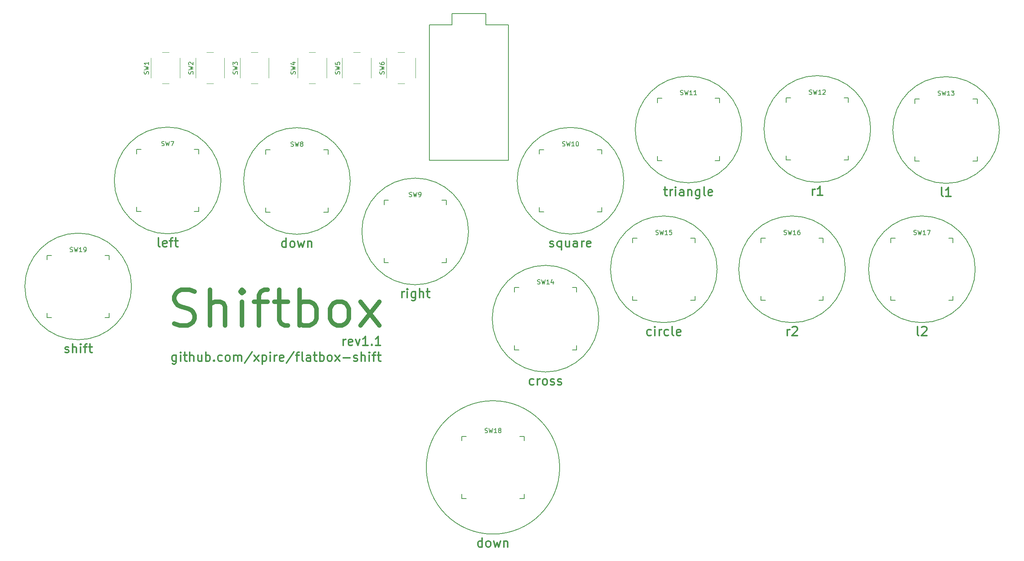
<source format=gto>
%TF.GenerationSoftware,KiCad,Pcbnew,(6.0.7)*%
%TF.CreationDate,2022-08-15T09:33:02+10:00*%
%TF.ProjectId,Flatbox-rev1_1_a3,466c6174-626f-4782-9d72-6576315f315f,rev?*%
%TF.SameCoordinates,Original*%
%TF.FileFunction,Legend,Top*%
%TF.FilePolarity,Positive*%
%FSLAX46Y46*%
G04 Gerber Fmt 4.6, Leading zero omitted, Abs format (unit mm)*
G04 Created by KiCad (PCBNEW (6.0.7)) date 2022-08-15 09:33:02*
%MOMM*%
%LPD*%
G01*
G04 APERTURE LIST*
%ADD10C,0.200000*%
%ADD11C,0.300000*%
%ADD12C,1.000000*%
%ADD13C,0.150000*%
%ADD14C,0.120000*%
%ADD15R,1.600000X1.600000*%
%ADD16C,1.600000*%
%ADD17C,3.429000*%
%ADD18C,1.701800*%
%ADD19C,3.000000*%
%ADD20C,2.032000*%
%ADD21C,6.400000*%
%ADD22C,2.000000*%
G04 APERTURE END LIST*
D10*
X200220000Y-76080000D02*
G75*
G03*
X200220000Y-76080000I-12000000J0D01*
G01*
X144280000Y-67560000D02*
G75*
G03*
X144280000Y-67560000I-12000000J0D01*
G01*
X164780000Y-120660000D02*
G75*
G03*
X164780000Y-120660000I-15000000J0D01*
G01*
X234750000Y-44500000D02*
G75*
G03*
X234750000Y-44500000I-12000000J0D01*
G01*
X179220000Y-56150000D02*
G75*
G03*
X179220000Y-56150000I-12000000J0D01*
G01*
X263720000Y-44740000D02*
G75*
G03*
X263720000Y-44740000I-12000000J0D01*
G01*
X173610000Y-87190000D02*
G75*
G03*
X173610000Y-87190000I-12000000J0D01*
G01*
X117680000Y-56210000D02*
G75*
G03*
X117680000Y-56210000I-12000000J0D01*
G01*
X68460000Y-79940000D02*
G75*
G03*
X68460000Y-79940000I-12000000J0D01*
G01*
X258280000Y-76080000D02*
G75*
G03*
X258280000Y-76080000I-12000000J0D01*
G01*
X88585000Y-56090000D02*
G75*
G03*
X88585000Y-56090000I-12000000J0D01*
G01*
X205780000Y-44620000D02*
G75*
G03*
X205780000Y-44620000I-12000000J0D01*
G01*
X229070000Y-76080000D02*
G75*
G03*
X229070000Y-76080000I-12000000J0D01*
G01*
D11*
X185362857Y-90889523D02*
X185172380Y-90984761D01*
X184791428Y-90984761D01*
X184600952Y-90889523D01*
X184505714Y-90794285D01*
X184410476Y-90603809D01*
X184410476Y-90032380D01*
X184505714Y-89841904D01*
X184600952Y-89746666D01*
X184791428Y-89651428D01*
X185172380Y-89651428D01*
X185362857Y-89746666D01*
X186220000Y-90984761D02*
X186220000Y-89651428D01*
X186220000Y-88984761D02*
X186124761Y-89080000D01*
X186220000Y-89175238D01*
X186315238Y-89080000D01*
X186220000Y-88984761D01*
X186220000Y-89175238D01*
X187172380Y-90984761D02*
X187172380Y-89651428D01*
X187172380Y-90032380D02*
X187267619Y-89841904D01*
X187362857Y-89746666D01*
X187553333Y-89651428D01*
X187743809Y-89651428D01*
X189267619Y-90889523D02*
X189077142Y-90984761D01*
X188696190Y-90984761D01*
X188505714Y-90889523D01*
X188410476Y-90794285D01*
X188315238Y-90603809D01*
X188315238Y-90032380D01*
X188410476Y-89841904D01*
X188505714Y-89746666D01*
X188696190Y-89651428D01*
X189077142Y-89651428D01*
X189267619Y-89746666D01*
X190410476Y-90984761D02*
X190220000Y-90889523D01*
X190124761Y-90699047D01*
X190124761Y-88984761D01*
X191934285Y-90889523D02*
X191743809Y-90984761D01*
X191362857Y-90984761D01*
X191172380Y-90889523D01*
X191077142Y-90699047D01*
X191077142Y-89937142D01*
X191172380Y-89746666D01*
X191362857Y-89651428D01*
X191743809Y-89651428D01*
X191934285Y-89746666D01*
X192029523Y-89937142D01*
X192029523Y-90127619D01*
X191077142Y-90318095D01*
X158943333Y-101999523D02*
X158752857Y-102094761D01*
X158371904Y-102094761D01*
X158181428Y-101999523D01*
X158086190Y-101904285D01*
X157990952Y-101713809D01*
X157990952Y-101142380D01*
X158086190Y-100951904D01*
X158181428Y-100856666D01*
X158371904Y-100761428D01*
X158752857Y-100761428D01*
X158943333Y-100856666D01*
X159800476Y-102094761D02*
X159800476Y-100761428D01*
X159800476Y-101142380D02*
X159895714Y-100951904D01*
X159990952Y-100856666D01*
X160181428Y-100761428D01*
X160371904Y-100761428D01*
X161324285Y-102094761D02*
X161133809Y-101999523D01*
X161038571Y-101904285D01*
X160943333Y-101713809D01*
X160943333Y-101142380D01*
X161038571Y-100951904D01*
X161133809Y-100856666D01*
X161324285Y-100761428D01*
X161610000Y-100761428D01*
X161800476Y-100856666D01*
X161895714Y-100951904D01*
X161990952Y-101142380D01*
X161990952Y-101713809D01*
X161895714Y-101904285D01*
X161800476Y-101999523D01*
X161610000Y-102094761D01*
X161324285Y-102094761D01*
X162752857Y-101999523D02*
X162943333Y-102094761D01*
X163324285Y-102094761D01*
X163514761Y-101999523D01*
X163610000Y-101809047D01*
X163610000Y-101713809D01*
X163514761Y-101523333D01*
X163324285Y-101428095D01*
X163038571Y-101428095D01*
X162848095Y-101332857D01*
X162752857Y-101142380D01*
X162752857Y-101047142D01*
X162848095Y-100856666D01*
X163038571Y-100761428D01*
X163324285Y-100761428D01*
X163514761Y-100856666D01*
X164371904Y-101999523D02*
X164562380Y-102094761D01*
X164943333Y-102094761D01*
X165133809Y-101999523D01*
X165229047Y-101809047D01*
X165229047Y-101713809D01*
X165133809Y-101523333D01*
X164943333Y-101428095D01*
X164657619Y-101428095D01*
X164467142Y-101332857D01*
X164371904Y-101142380D01*
X164371904Y-101047142D01*
X164467142Y-100856666D01*
X164657619Y-100761428D01*
X164943333Y-100761428D01*
X165133809Y-100856666D01*
X147351428Y-138564761D02*
X147351428Y-136564761D01*
X147351428Y-138469523D02*
X147160952Y-138564761D01*
X146780000Y-138564761D01*
X146589523Y-138469523D01*
X146494285Y-138374285D01*
X146399047Y-138183809D01*
X146399047Y-137612380D01*
X146494285Y-137421904D01*
X146589523Y-137326666D01*
X146780000Y-137231428D01*
X147160952Y-137231428D01*
X147351428Y-137326666D01*
X148589523Y-138564761D02*
X148399047Y-138469523D01*
X148303809Y-138374285D01*
X148208571Y-138183809D01*
X148208571Y-137612380D01*
X148303809Y-137421904D01*
X148399047Y-137326666D01*
X148589523Y-137231428D01*
X148875238Y-137231428D01*
X149065714Y-137326666D01*
X149160952Y-137421904D01*
X149256190Y-137612380D01*
X149256190Y-138183809D01*
X149160952Y-138374285D01*
X149065714Y-138469523D01*
X148875238Y-138564761D01*
X148589523Y-138564761D01*
X149922857Y-137231428D02*
X150303809Y-138564761D01*
X150684761Y-137612380D01*
X151065714Y-138564761D01*
X151446666Y-137231428D01*
X152208571Y-137231428D02*
X152208571Y-138564761D01*
X152208571Y-137421904D02*
X152303809Y-137326666D01*
X152494285Y-137231428D01*
X152780000Y-137231428D01*
X152970476Y-137326666D01*
X153065714Y-137517142D01*
X153065714Y-138564761D01*
X251005714Y-59644761D02*
X250815238Y-59549523D01*
X250720000Y-59359047D01*
X250720000Y-57644761D01*
X252815238Y-59644761D02*
X251672380Y-59644761D01*
X252243809Y-59644761D02*
X252243809Y-57644761D01*
X252053333Y-57930476D01*
X251862857Y-58120952D01*
X251672380Y-58216190D01*
X78536428Y-95409428D02*
X78536428Y-97028476D01*
X78441190Y-97218952D01*
X78345952Y-97314190D01*
X78155476Y-97409428D01*
X77869761Y-97409428D01*
X77679285Y-97314190D01*
X78536428Y-96647523D02*
X78345952Y-96742761D01*
X77965000Y-96742761D01*
X77774523Y-96647523D01*
X77679285Y-96552285D01*
X77584047Y-96361809D01*
X77584047Y-95790380D01*
X77679285Y-95599904D01*
X77774523Y-95504666D01*
X77965000Y-95409428D01*
X78345952Y-95409428D01*
X78536428Y-95504666D01*
X79488809Y-96742761D02*
X79488809Y-95409428D01*
X79488809Y-94742761D02*
X79393571Y-94838000D01*
X79488809Y-94933238D01*
X79584047Y-94838000D01*
X79488809Y-94742761D01*
X79488809Y-94933238D01*
X80155476Y-95409428D02*
X80917380Y-95409428D01*
X80441190Y-94742761D02*
X80441190Y-96457047D01*
X80536428Y-96647523D01*
X80726904Y-96742761D01*
X80917380Y-96742761D01*
X81584047Y-96742761D02*
X81584047Y-94742761D01*
X82441190Y-96742761D02*
X82441190Y-95695142D01*
X82345952Y-95504666D01*
X82155476Y-95409428D01*
X81869761Y-95409428D01*
X81679285Y-95504666D01*
X81584047Y-95599904D01*
X84250714Y-95409428D02*
X84250714Y-96742761D01*
X83393571Y-95409428D02*
X83393571Y-96457047D01*
X83488809Y-96647523D01*
X83679285Y-96742761D01*
X83965000Y-96742761D01*
X84155476Y-96647523D01*
X84250714Y-96552285D01*
X85203095Y-96742761D02*
X85203095Y-94742761D01*
X85203095Y-95504666D02*
X85393571Y-95409428D01*
X85774523Y-95409428D01*
X85965000Y-95504666D01*
X86060238Y-95599904D01*
X86155476Y-95790380D01*
X86155476Y-96361809D01*
X86060238Y-96552285D01*
X85965000Y-96647523D01*
X85774523Y-96742761D01*
X85393571Y-96742761D01*
X85203095Y-96647523D01*
X87012619Y-96552285D02*
X87107857Y-96647523D01*
X87012619Y-96742761D01*
X86917380Y-96647523D01*
X87012619Y-96552285D01*
X87012619Y-96742761D01*
X88822142Y-96647523D02*
X88631666Y-96742761D01*
X88250714Y-96742761D01*
X88060238Y-96647523D01*
X87965000Y-96552285D01*
X87869761Y-96361809D01*
X87869761Y-95790380D01*
X87965000Y-95599904D01*
X88060238Y-95504666D01*
X88250714Y-95409428D01*
X88631666Y-95409428D01*
X88822142Y-95504666D01*
X89965000Y-96742761D02*
X89774523Y-96647523D01*
X89679285Y-96552285D01*
X89584047Y-96361809D01*
X89584047Y-95790380D01*
X89679285Y-95599904D01*
X89774523Y-95504666D01*
X89965000Y-95409428D01*
X90250714Y-95409428D01*
X90441190Y-95504666D01*
X90536428Y-95599904D01*
X90631666Y-95790380D01*
X90631666Y-96361809D01*
X90536428Y-96552285D01*
X90441190Y-96647523D01*
X90250714Y-96742761D01*
X89965000Y-96742761D01*
X91488809Y-96742761D02*
X91488809Y-95409428D01*
X91488809Y-95599904D02*
X91584047Y-95504666D01*
X91774523Y-95409428D01*
X92060238Y-95409428D01*
X92250714Y-95504666D01*
X92345952Y-95695142D01*
X92345952Y-96742761D01*
X92345952Y-95695142D02*
X92441190Y-95504666D01*
X92631666Y-95409428D01*
X92917380Y-95409428D01*
X93107857Y-95504666D01*
X93203095Y-95695142D01*
X93203095Y-96742761D01*
X95584047Y-94647523D02*
X93869761Y-97218952D01*
X96060238Y-96742761D02*
X97107857Y-95409428D01*
X96060238Y-95409428D02*
X97107857Y-96742761D01*
X97869761Y-95409428D02*
X97869761Y-97409428D01*
X97869761Y-95504666D02*
X98060238Y-95409428D01*
X98441190Y-95409428D01*
X98631666Y-95504666D01*
X98726904Y-95599904D01*
X98822142Y-95790380D01*
X98822142Y-96361809D01*
X98726904Y-96552285D01*
X98631666Y-96647523D01*
X98441190Y-96742761D01*
X98060238Y-96742761D01*
X97869761Y-96647523D01*
X99679285Y-96742761D02*
X99679285Y-95409428D01*
X99679285Y-94742761D02*
X99584047Y-94838000D01*
X99679285Y-94933238D01*
X99774523Y-94838000D01*
X99679285Y-94742761D01*
X99679285Y-94933238D01*
X100631666Y-96742761D02*
X100631666Y-95409428D01*
X100631666Y-95790380D02*
X100726904Y-95599904D01*
X100822142Y-95504666D01*
X101012619Y-95409428D01*
X101203095Y-95409428D01*
X102631666Y-96647523D02*
X102441190Y-96742761D01*
X102060238Y-96742761D01*
X101869761Y-96647523D01*
X101774523Y-96457047D01*
X101774523Y-95695142D01*
X101869761Y-95504666D01*
X102060238Y-95409428D01*
X102441190Y-95409428D01*
X102631666Y-95504666D01*
X102726904Y-95695142D01*
X102726904Y-95885619D01*
X101774523Y-96076095D01*
X105012619Y-94647523D02*
X103298333Y-97218952D01*
X105393571Y-95409428D02*
X106155476Y-95409428D01*
X105679285Y-96742761D02*
X105679285Y-95028476D01*
X105774523Y-94838000D01*
X105965000Y-94742761D01*
X106155476Y-94742761D01*
X107107857Y-96742761D02*
X106917380Y-96647523D01*
X106822142Y-96457047D01*
X106822142Y-94742761D01*
X108726904Y-96742761D02*
X108726904Y-95695142D01*
X108631666Y-95504666D01*
X108441190Y-95409428D01*
X108060238Y-95409428D01*
X107869761Y-95504666D01*
X108726904Y-96647523D02*
X108536428Y-96742761D01*
X108060238Y-96742761D01*
X107869761Y-96647523D01*
X107774523Y-96457047D01*
X107774523Y-96266571D01*
X107869761Y-96076095D01*
X108060238Y-95980857D01*
X108536428Y-95980857D01*
X108726904Y-95885619D01*
X109393571Y-95409428D02*
X110155476Y-95409428D01*
X109679285Y-94742761D02*
X109679285Y-96457047D01*
X109774523Y-96647523D01*
X109965000Y-96742761D01*
X110155476Y-96742761D01*
X110822142Y-96742761D02*
X110822142Y-94742761D01*
X110822142Y-95504666D02*
X111012619Y-95409428D01*
X111393571Y-95409428D01*
X111584047Y-95504666D01*
X111679285Y-95599904D01*
X111774523Y-95790380D01*
X111774523Y-96361809D01*
X111679285Y-96552285D01*
X111584047Y-96647523D01*
X111393571Y-96742761D01*
X111012619Y-96742761D01*
X110822142Y-96647523D01*
X112917380Y-96742761D02*
X112726904Y-96647523D01*
X112631666Y-96552285D01*
X112536428Y-96361809D01*
X112536428Y-95790380D01*
X112631666Y-95599904D01*
X112726904Y-95504666D01*
X112917380Y-95409428D01*
X113203095Y-95409428D01*
X113393571Y-95504666D01*
X113488809Y-95599904D01*
X113584047Y-95790380D01*
X113584047Y-96361809D01*
X113488809Y-96552285D01*
X113393571Y-96647523D01*
X113203095Y-96742761D01*
X112917380Y-96742761D01*
X114250714Y-96742761D02*
X115298333Y-95409428D01*
X114250714Y-95409428D02*
X115298333Y-96742761D01*
X116060238Y-95980857D02*
X117584047Y-95980857D01*
X118441190Y-96647523D02*
X118631666Y-96742761D01*
X119012619Y-96742761D01*
X119203095Y-96647523D01*
X119298333Y-96457047D01*
X119298333Y-96361809D01*
X119203095Y-96171333D01*
X119012619Y-96076095D01*
X118726904Y-96076095D01*
X118536428Y-95980857D01*
X118441190Y-95790380D01*
X118441190Y-95695142D01*
X118536428Y-95504666D01*
X118726904Y-95409428D01*
X119012619Y-95409428D01*
X119203095Y-95504666D01*
X120155476Y-96742761D02*
X120155476Y-94742761D01*
X121012619Y-96742761D02*
X121012619Y-95695142D01*
X120917380Y-95504666D01*
X120726904Y-95409428D01*
X120441190Y-95409428D01*
X120250714Y-95504666D01*
X120155476Y-95599904D01*
X121964999Y-96742761D02*
X121964999Y-95409428D01*
X121964999Y-94742761D02*
X121869761Y-94838000D01*
X121964999Y-94933238D01*
X122060238Y-94838000D01*
X121964999Y-94742761D01*
X121964999Y-94933238D01*
X122631666Y-95409428D02*
X123393571Y-95409428D01*
X122917380Y-96742761D02*
X122917380Y-95028476D01*
X123012619Y-94838000D01*
X123203095Y-94742761D01*
X123393571Y-94742761D01*
X123774523Y-95409428D02*
X124536428Y-95409428D01*
X124060238Y-94742761D02*
X124060238Y-96457047D01*
X124155476Y-96647523D01*
X124345952Y-96742761D01*
X124536428Y-96742761D01*
X103251428Y-71114761D02*
X103251428Y-69114761D01*
X103251428Y-71019523D02*
X103060952Y-71114761D01*
X102680000Y-71114761D01*
X102489523Y-71019523D01*
X102394285Y-70924285D01*
X102299047Y-70733809D01*
X102299047Y-70162380D01*
X102394285Y-69971904D01*
X102489523Y-69876666D01*
X102680000Y-69781428D01*
X103060952Y-69781428D01*
X103251428Y-69876666D01*
X104489523Y-71114761D02*
X104299047Y-71019523D01*
X104203809Y-70924285D01*
X104108571Y-70733809D01*
X104108571Y-70162380D01*
X104203809Y-69971904D01*
X104299047Y-69876666D01*
X104489523Y-69781428D01*
X104775238Y-69781428D01*
X104965714Y-69876666D01*
X105060952Y-69971904D01*
X105156190Y-70162380D01*
X105156190Y-70733809D01*
X105060952Y-70924285D01*
X104965714Y-71019523D01*
X104775238Y-71114761D01*
X104489523Y-71114761D01*
X105822857Y-69781428D02*
X106203809Y-71114761D01*
X106584761Y-70162380D01*
X106965714Y-71114761D01*
X107346666Y-69781428D01*
X108108571Y-69781428D02*
X108108571Y-71114761D01*
X108108571Y-69971904D02*
X108203809Y-69876666D01*
X108394285Y-69781428D01*
X108680000Y-69781428D01*
X108870476Y-69876666D01*
X108965714Y-70067142D01*
X108965714Y-71114761D01*
X215974761Y-90984761D02*
X215974761Y-89651428D01*
X215974761Y-90032380D02*
X216070000Y-89841904D01*
X216165238Y-89746666D01*
X216355714Y-89651428D01*
X216546190Y-89651428D01*
X217117619Y-89175238D02*
X217212857Y-89080000D01*
X217403333Y-88984761D01*
X217879523Y-88984761D01*
X218070000Y-89080000D01*
X218165238Y-89175238D01*
X218260476Y-89365714D01*
X218260476Y-89556190D01*
X218165238Y-89841904D01*
X217022380Y-90984761D01*
X218260476Y-90984761D01*
X129280000Y-82464761D02*
X129280000Y-81131428D01*
X129280000Y-81512380D02*
X129375238Y-81321904D01*
X129470476Y-81226666D01*
X129660952Y-81131428D01*
X129851428Y-81131428D01*
X130518095Y-82464761D02*
X130518095Y-81131428D01*
X130518095Y-80464761D02*
X130422857Y-80560000D01*
X130518095Y-80655238D01*
X130613333Y-80560000D01*
X130518095Y-80464761D01*
X130518095Y-80655238D01*
X132327619Y-81131428D02*
X132327619Y-82750476D01*
X132232380Y-82940952D01*
X132137142Y-83036190D01*
X131946666Y-83131428D01*
X131660952Y-83131428D01*
X131470476Y-83036190D01*
X132327619Y-82369523D02*
X132137142Y-82464761D01*
X131756190Y-82464761D01*
X131565714Y-82369523D01*
X131470476Y-82274285D01*
X131375238Y-82083809D01*
X131375238Y-81512380D01*
X131470476Y-81321904D01*
X131565714Y-81226666D01*
X131756190Y-81131428D01*
X132137142Y-81131428D01*
X132327619Y-81226666D01*
X133280000Y-82464761D02*
X133280000Y-80464761D01*
X134137142Y-82464761D02*
X134137142Y-81417142D01*
X134041904Y-81226666D01*
X133851428Y-81131428D01*
X133565714Y-81131428D01*
X133375238Y-81226666D01*
X133280000Y-81321904D01*
X134803809Y-81131428D02*
X135565714Y-81131428D01*
X135089523Y-80464761D02*
X135089523Y-82179047D01*
X135184761Y-82369523D01*
X135375238Y-82464761D01*
X135565714Y-82464761D01*
X74823095Y-70994761D02*
X74632619Y-70899523D01*
X74537380Y-70709047D01*
X74537380Y-68994761D01*
X76346904Y-70899523D02*
X76156428Y-70994761D01*
X75775476Y-70994761D01*
X75585000Y-70899523D01*
X75489761Y-70709047D01*
X75489761Y-69947142D01*
X75585000Y-69756666D01*
X75775476Y-69661428D01*
X76156428Y-69661428D01*
X76346904Y-69756666D01*
X76442142Y-69947142D01*
X76442142Y-70137619D01*
X75489761Y-70328095D01*
X77013571Y-69661428D02*
X77775476Y-69661428D01*
X77299285Y-70994761D02*
X77299285Y-69280476D01*
X77394523Y-69090000D01*
X77585000Y-68994761D01*
X77775476Y-68994761D01*
X78156428Y-69661428D02*
X78918333Y-69661428D01*
X78442142Y-68994761D02*
X78442142Y-70709047D01*
X78537380Y-70899523D01*
X78727857Y-70994761D01*
X78918333Y-70994761D01*
X53507619Y-94749523D02*
X53698095Y-94844761D01*
X54079047Y-94844761D01*
X54269523Y-94749523D01*
X54364761Y-94559047D01*
X54364761Y-94463809D01*
X54269523Y-94273333D01*
X54079047Y-94178095D01*
X53793333Y-94178095D01*
X53602857Y-94082857D01*
X53507619Y-93892380D01*
X53507619Y-93797142D01*
X53602857Y-93606666D01*
X53793333Y-93511428D01*
X54079047Y-93511428D01*
X54269523Y-93606666D01*
X55221904Y-94844761D02*
X55221904Y-92844761D01*
X56079047Y-94844761D02*
X56079047Y-93797142D01*
X55983809Y-93606666D01*
X55793333Y-93511428D01*
X55507619Y-93511428D01*
X55317142Y-93606666D01*
X55221904Y-93701904D01*
X57031428Y-94844761D02*
X57031428Y-93511428D01*
X57031428Y-92844761D02*
X56936190Y-92940000D01*
X57031428Y-93035238D01*
X57126666Y-92940000D01*
X57031428Y-92844761D01*
X57031428Y-93035238D01*
X57698095Y-93511428D02*
X58460000Y-93511428D01*
X57983809Y-94844761D02*
X57983809Y-93130476D01*
X58079047Y-92940000D01*
X58269523Y-92844761D01*
X58460000Y-92844761D01*
X58840952Y-93511428D02*
X59602857Y-93511428D01*
X59126666Y-92844761D02*
X59126666Y-94559047D01*
X59221904Y-94749523D01*
X59412380Y-94844761D01*
X59602857Y-94844761D01*
X116126142Y-93186761D02*
X116126142Y-91853428D01*
X116126142Y-92234380D02*
X116221380Y-92043904D01*
X116316619Y-91948666D01*
X116507095Y-91853428D01*
X116697571Y-91853428D01*
X118126142Y-93091523D02*
X117935666Y-93186761D01*
X117554714Y-93186761D01*
X117364238Y-93091523D01*
X117269000Y-92901047D01*
X117269000Y-92139142D01*
X117364238Y-91948666D01*
X117554714Y-91853428D01*
X117935666Y-91853428D01*
X118126142Y-91948666D01*
X118221380Y-92139142D01*
X118221380Y-92329619D01*
X117269000Y-92520095D01*
X118888047Y-91853428D02*
X119364238Y-93186761D01*
X119840428Y-91853428D01*
X121649952Y-93186761D02*
X120507095Y-93186761D01*
X121078523Y-93186761D02*
X121078523Y-91186761D01*
X120888047Y-91472476D01*
X120697571Y-91662952D01*
X120507095Y-91758190D01*
X122507095Y-92996285D02*
X122602333Y-93091523D01*
X122507095Y-93186761D01*
X122411857Y-93091523D01*
X122507095Y-92996285D01*
X122507095Y-93186761D01*
X124507095Y-93186761D02*
X123364238Y-93186761D01*
X123935666Y-93186761D02*
X123935666Y-91186761D01*
X123745190Y-91472476D01*
X123554714Y-91662952D01*
X123364238Y-91758190D01*
X188208571Y-58191428D02*
X188970476Y-58191428D01*
X188494285Y-57524761D02*
X188494285Y-59239047D01*
X188589523Y-59429523D01*
X188780000Y-59524761D01*
X188970476Y-59524761D01*
X189637142Y-59524761D02*
X189637142Y-58191428D01*
X189637142Y-58572380D02*
X189732380Y-58381904D01*
X189827619Y-58286666D01*
X190018095Y-58191428D01*
X190208571Y-58191428D01*
X190875238Y-59524761D02*
X190875238Y-58191428D01*
X190875238Y-57524761D02*
X190780000Y-57620000D01*
X190875238Y-57715238D01*
X190970476Y-57620000D01*
X190875238Y-57524761D01*
X190875238Y-57715238D01*
X192684761Y-59524761D02*
X192684761Y-58477142D01*
X192589523Y-58286666D01*
X192399047Y-58191428D01*
X192018095Y-58191428D01*
X191827619Y-58286666D01*
X192684761Y-59429523D02*
X192494285Y-59524761D01*
X192018095Y-59524761D01*
X191827619Y-59429523D01*
X191732380Y-59239047D01*
X191732380Y-59048571D01*
X191827619Y-58858095D01*
X192018095Y-58762857D01*
X192494285Y-58762857D01*
X192684761Y-58667619D01*
X193637142Y-58191428D02*
X193637142Y-59524761D01*
X193637142Y-58381904D02*
X193732380Y-58286666D01*
X193922857Y-58191428D01*
X194208571Y-58191428D01*
X194399047Y-58286666D01*
X194494285Y-58477142D01*
X194494285Y-59524761D01*
X196303809Y-58191428D02*
X196303809Y-59810476D01*
X196208571Y-60000952D01*
X196113333Y-60096190D01*
X195922857Y-60191428D01*
X195637142Y-60191428D01*
X195446666Y-60096190D01*
X196303809Y-59429523D02*
X196113333Y-59524761D01*
X195732380Y-59524761D01*
X195541904Y-59429523D01*
X195446666Y-59334285D01*
X195351428Y-59143809D01*
X195351428Y-58572380D01*
X195446666Y-58381904D01*
X195541904Y-58286666D01*
X195732380Y-58191428D01*
X196113333Y-58191428D01*
X196303809Y-58286666D01*
X197541904Y-59524761D02*
X197351428Y-59429523D01*
X197256190Y-59239047D01*
X197256190Y-57524761D01*
X199065714Y-59429523D02*
X198875238Y-59524761D01*
X198494285Y-59524761D01*
X198303809Y-59429523D01*
X198208571Y-59239047D01*
X198208571Y-58477142D01*
X198303809Y-58286666D01*
X198494285Y-58191428D01*
X198875238Y-58191428D01*
X199065714Y-58286666D01*
X199160952Y-58477142D01*
X199160952Y-58667619D01*
X198208571Y-58858095D01*
D12*
X78107857Y-88328095D02*
X79250714Y-88709047D01*
X81155476Y-88709047D01*
X81917380Y-88328095D01*
X82298333Y-87947142D01*
X82679285Y-87185238D01*
X82679285Y-86423333D01*
X82298333Y-85661428D01*
X81917380Y-85280476D01*
X81155476Y-84899523D01*
X79631666Y-84518571D01*
X78869761Y-84137619D01*
X78488809Y-83756666D01*
X78107857Y-82994761D01*
X78107857Y-82232857D01*
X78488809Y-81470952D01*
X78869761Y-81090000D01*
X79631666Y-80709047D01*
X81536428Y-80709047D01*
X82679285Y-81090000D01*
X86107857Y-88709047D02*
X86107857Y-80709047D01*
X89536428Y-88709047D02*
X89536428Y-84518571D01*
X89155476Y-83756666D01*
X88393571Y-83375714D01*
X87250714Y-83375714D01*
X86488809Y-83756666D01*
X86107857Y-84137619D01*
X93345952Y-88709047D02*
X93345952Y-83375714D01*
X93345952Y-80709047D02*
X92965000Y-81090000D01*
X93345952Y-81470952D01*
X93726904Y-81090000D01*
X93345952Y-80709047D01*
X93345952Y-81470952D01*
X96012619Y-83375714D02*
X99060238Y-83375714D01*
X97155476Y-88709047D02*
X97155476Y-81851904D01*
X97536428Y-81090000D01*
X98298333Y-80709047D01*
X99060238Y-80709047D01*
X100584047Y-83375714D02*
X103631666Y-83375714D01*
X101726904Y-80709047D02*
X101726904Y-87566190D01*
X102107857Y-88328095D01*
X102869761Y-88709047D01*
X103631666Y-88709047D01*
X106298333Y-88709047D02*
X106298333Y-80709047D01*
X106298333Y-83756666D02*
X107060238Y-83375714D01*
X108584047Y-83375714D01*
X109345952Y-83756666D01*
X109726904Y-84137619D01*
X110107857Y-84899523D01*
X110107857Y-87185238D01*
X109726904Y-87947142D01*
X109345952Y-88328095D01*
X108584047Y-88709047D01*
X107060238Y-88709047D01*
X106298333Y-88328095D01*
X114679285Y-88709047D02*
X113917380Y-88328095D01*
X113536428Y-87947142D01*
X113155476Y-87185238D01*
X113155476Y-84899523D01*
X113536428Y-84137619D01*
X113917380Y-83756666D01*
X114679285Y-83375714D01*
X115822142Y-83375714D01*
X116584047Y-83756666D01*
X116965000Y-84137619D01*
X117345952Y-84899523D01*
X117345952Y-87185238D01*
X116965000Y-87947142D01*
X116584047Y-88328095D01*
X115822142Y-88709047D01*
X114679285Y-88709047D01*
X120012619Y-88709047D02*
X124203095Y-83375714D01*
X120012619Y-83375714D02*
X124203095Y-88709047D01*
D11*
X162600952Y-70959523D02*
X162791428Y-71054761D01*
X163172380Y-71054761D01*
X163362857Y-70959523D01*
X163458095Y-70769047D01*
X163458095Y-70673809D01*
X163362857Y-70483333D01*
X163172380Y-70388095D01*
X162886666Y-70388095D01*
X162696190Y-70292857D01*
X162600952Y-70102380D01*
X162600952Y-70007142D01*
X162696190Y-69816666D01*
X162886666Y-69721428D01*
X163172380Y-69721428D01*
X163362857Y-69816666D01*
X165172380Y-69721428D02*
X165172380Y-71721428D01*
X165172380Y-70959523D02*
X164981904Y-71054761D01*
X164600952Y-71054761D01*
X164410476Y-70959523D01*
X164315238Y-70864285D01*
X164220000Y-70673809D01*
X164220000Y-70102380D01*
X164315238Y-69911904D01*
X164410476Y-69816666D01*
X164600952Y-69721428D01*
X164981904Y-69721428D01*
X165172380Y-69816666D01*
X166981904Y-69721428D02*
X166981904Y-71054761D01*
X166124761Y-69721428D02*
X166124761Y-70769047D01*
X166220000Y-70959523D01*
X166410476Y-71054761D01*
X166696190Y-71054761D01*
X166886666Y-70959523D01*
X166981904Y-70864285D01*
X168791428Y-71054761D02*
X168791428Y-70007142D01*
X168696190Y-69816666D01*
X168505714Y-69721428D01*
X168124761Y-69721428D01*
X167934285Y-69816666D01*
X168791428Y-70959523D02*
X168600952Y-71054761D01*
X168124761Y-71054761D01*
X167934285Y-70959523D01*
X167839047Y-70769047D01*
X167839047Y-70578571D01*
X167934285Y-70388095D01*
X168124761Y-70292857D01*
X168600952Y-70292857D01*
X168791428Y-70197619D01*
X169743809Y-71054761D02*
X169743809Y-69721428D01*
X169743809Y-70102380D02*
X169839047Y-69911904D01*
X169934285Y-69816666D01*
X170124761Y-69721428D01*
X170315238Y-69721428D01*
X171743809Y-70959523D02*
X171553333Y-71054761D01*
X171172380Y-71054761D01*
X170981904Y-70959523D01*
X170886666Y-70769047D01*
X170886666Y-70007142D01*
X170981904Y-69816666D01*
X171172380Y-69721428D01*
X171553333Y-69721428D01*
X171743809Y-69816666D01*
X171839047Y-70007142D01*
X171839047Y-70197619D01*
X170886666Y-70388095D01*
X245565714Y-90984761D02*
X245375238Y-90889523D01*
X245280000Y-90699047D01*
X245280000Y-88984761D01*
X246232380Y-89175238D02*
X246327619Y-89080000D01*
X246518095Y-88984761D01*
X246994285Y-88984761D01*
X247184761Y-89080000D01*
X247280000Y-89175238D01*
X247375238Y-89365714D01*
X247375238Y-89556190D01*
X247280000Y-89841904D01*
X246137142Y-90984761D01*
X247375238Y-90984761D01*
X221654761Y-59404761D02*
X221654761Y-58071428D01*
X221654761Y-58452380D02*
X221750000Y-58261904D01*
X221845238Y-58166666D01*
X222035714Y-58071428D01*
X222226190Y-58071428D01*
X223940476Y-59404761D02*
X222797619Y-59404761D01*
X223369047Y-59404761D02*
X223369047Y-57404761D01*
X223178571Y-57690476D01*
X222988095Y-57880952D01*
X222797619Y-57976190D01*
D13*
X104346666Y-48359761D02*
X104489523Y-48407380D01*
X104727619Y-48407380D01*
X104822857Y-48359761D01*
X104870476Y-48312142D01*
X104918095Y-48216904D01*
X104918095Y-48121666D01*
X104870476Y-48026428D01*
X104822857Y-47978809D01*
X104727619Y-47931190D01*
X104537142Y-47883571D01*
X104441904Y-47835952D01*
X104394285Y-47788333D01*
X104346666Y-47693095D01*
X104346666Y-47597857D01*
X104394285Y-47502619D01*
X104441904Y-47455000D01*
X104537142Y-47407380D01*
X104775238Y-47407380D01*
X104918095Y-47455000D01*
X105251428Y-47407380D02*
X105489523Y-48407380D01*
X105680000Y-47693095D01*
X105870476Y-48407380D01*
X106108571Y-47407380D01*
X106632380Y-47835952D02*
X106537142Y-47788333D01*
X106489523Y-47740714D01*
X106441904Y-47645476D01*
X106441904Y-47597857D01*
X106489523Y-47502619D01*
X106537142Y-47455000D01*
X106632380Y-47407380D01*
X106822857Y-47407380D01*
X106918095Y-47455000D01*
X106965714Y-47502619D01*
X107013333Y-47597857D01*
X107013333Y-47645476D01*
X106965714Y-47740714D01*
X106918095Y-47788333D01*
X106822857Y-47835952D01*
X106632380Y-47835952D01*
X106537142Y-47883571D01*
X106489523Y-47931190D01*
X106441904Y-48026428D01*
X106441904Y-48216904D01*
X106489523Y-48312142D01*
X106537142Y-48359761D01*
X106632380Y-48407380D01*
X106822857Y-48407380D01*
X106918095Y-48359761D01*
X106965714Y-48312142D01*
X107013333Y-48216904D01*
X107013333Y-48026428D01*
X106965714Y-47931190D01*
X106918095Y-47883571D01*
X106822857Y-47835952D01*
X130946666Y-59709761D02*
X131089523Y-59757380D01*
X131327619Y-59757380D01*
X131422857Y-59709761D01*
X131470476Y-59662142D01*
X131518095Y-59566904D01*
X131518095Y-59471666D01*
X131470476Y-59376428D01*
X131422857Y-59328809D01*
X131327619Y-59281190D01*
X131137142Y-59233571D01*
X131041904Y-59185952D01*
X130994285Y-59138333D01*
X130946666Y-59043095D01*
X130946666Y-58947857D01*
X130994285Y-58852619D01*
X131041904Y-58805000D01*
X131137142Y-58757380D01*
X131375238Y-58757380D01*
X131518095Y-58805000D01*
X131851428Y-58757380D02*
X132089523Y-59757380D01*
X132280000Y-59043095D01*
X132470476Y-59757380D01*
X132708571Y-58757380D01*
X133137142Y-59757380D02*
X133327619Y-59757380D01*
X133422857Y-59709761D01*
X133470476Y-59662142D01*
X133565714Y-59519285D01*
X133613333Y-59328809D01*
X133613333Y-58947857D01*
X133565714Y-58852619D01*
X133518095Y-58805000D01*
X133422857Y-58757380D01*
X133232380Y-58757380D01*
X133137142Y-58805000D01*
X133089523Y-58852619D01*
X133041904Y-58947857D01*
X133041904Y-59185952D01*
X133089523Y-59281190D01*
X133137142Y-59328809D01*
X133232380Y-59376428D01*
X133422857Y-59376428D01*
X133518095Y-59328809D01*
X133565714Y-59281190D01*
X133613333Y-59185952D01*
X147970476Y-112809761D02*
X148113333Y-112857380D01*
X148351428Y-112857380D01*
X148446666Y-112809761D01*
X148494285Y-112762142D01*
X148541904Y-112666904D01*
X148541904Y-112571666D01*
X148494285Y-112476428D01*
X148446666Y-112428809D01*
X148351428Y-112381190D01*
X148160952Y-112333571D01*
X148065714Y-112285952D01*
X148018095Y-112238333D01*
X147970476Y-112143095D01*
X147970476Y-112047857D01*
X148018095Y-111952619D01*
X148065714Y-111905000D01*
X148160952Y-111857380D01*
X148399047Y-111857380D01*
X148541904Y-111905000D01*
X148875238Y-111857380D02*
X149113333Y-112857380D01*
X149303809Y-112143095D01*
X149494285Y-112857380D01*
X149732380Y-111857380D01*
X150637142Y-112857380D02*
X150065714Y-112857380D01*
X150351428Y-112857380D02*
X150351428Y-111857380D01*
X150256190Y-112000238D01*
X150160952Y-112095476D01*
X150065714Y-112143095D01*
X151208571Y-112285952D02*
X151113333Y-112238333D01*
X151065714Y-112190714D01*
X151018095Y-112095476D01*
X151018095Y-112047857D01*
X151065714Y-111952619D01*
X151113333Y-111905000D01*
X151208571Y-111857380D01*
X151399047Y-111857380D01*
X151494285Y-111905000D01*
X151541904Y-111952619D01*
X151589523Y-112047857D01*
X151589523Y-112095476D01*
X151541904Y-112190714D01*
X151494285Y-112238333D01*
X151399047Y-112285952D01*
X151208571Y-112285952D01*
X151113333Y-112333571D01*
X151065714Y-112381190D01*
X151018095Y-112476428D01*
X151018095Y-112666904D01*
X151065714Y-112762142D01*
X151113333Y-112809761D01*
X151208571Y-112857380D01*
X151399047Y-112857380D01*
X151494285Y-112809761D01*
X151541904Y-112762142D01*
X151589523Y-112666904D01*
X151589523Y-112476428D01*
X151541904Y-112381190D01*
X151494285Y-112333571D01*
X151399047Y-112285952D01*
X165410476Y-48299761D02*
X165553333Y-48347380D01*
X165791428Y-48347380D01*
X165886666Y-48299761D01*
X165934285Y-48252142D01*
X165981904Y-48156904D01*
X165981904Y-48061666D01*
X165934285Y-47966428D01*
X165886666Y-47918809D01*
X165791428Y-47871190D01*
X165600952Y-47823571D01*
X165505714Y-47775952D01*
X165458095Y-47728333D01*
X165410476Y-47633095D01*
X165410476Y-47537857D01*
X165458095Y-47442619D01*
X165505714Y-47395000D01*
X165600952Y-47347380D01*
X165839047Y-47347380D01*
X165981904Y-47395000D01*
X166315238Y-47347380D02*
X166553333Y-48347380D01*
X166743809Y-47633095D01*
X166934285Y-48347380D01*
X167172380Y-47347380D01*
X168077142Y-48347380D02*
X167505714Y-48347380D01*
X167791428Y-48347380D02*
X167791428Y-47347380D01*
X167696190Y-47490238D01*
X167600952Y-47585476D01*
X167505714Y-47633095D01*
X168696190Y-47347380D02*
X168791428Y-47347380D01*
X168886666Y-47395000D01*
X168934285Y-47442619D01*
X168981904Y-47537857D01*
X169029523Y-47728333D01*
X169029523Y-47966428D01*
X168981904Y-48156904D01*
X168934285Y-48252142D01*
X168886666Y-48299761D01*
X168791428Y-48347380D01*
X168696190Y-48347380D01*
X168600952Y-48299761D01*
X168553333Y-48252142D01*
X168505714Y-48156904D01*
X168458095Y-47966428D01*
X168458095Y-47728333D01*
X168505714Y-47537857D01*
X168553333Y-47442619D01*
X168600952Y-47395000D01*
X168696190Y-47347380D01*
X191970476Y-36769761D02*
X192113333Y-36817380D01*
X192351428Y-36817380D01*
X192446666Y-36769761D01*
X192494285Y-36722142D01*
X192541904Y-36626904D01*
X192541904Y-36531666D01*
X192494285Y-36436428D01*
X192446666Y-36388809D01*
X192351428Y-36341190D01*
X192160952Y-36293571D01*
X192065714Y-36245952D01*
X192018095Y-36198333D01*
X191970476Y-36103095D01*
X191970476Y-36007857D01*
X192018095Y-35912619D01*
X192065714Y-35865000D01*
X192160952Y-35817380D01*
X192399047Y-35817380D01*
X192541904Y-35865000D01*
X192875238Y-35817380D02*
X193113333Y-36817380D01*
X193303809Y-36103095D01*
X193494285Y-36817380D01*
X193732380Y-35817380D01*
X194637142Y-36817380D02*
X194065714Y-36817380D01*
X194351428Y-36817380D02*
X194351428Y-35817380D01*
X194256190Y-35960238D01*
X194160952Y-36055476D01*
X194065714Y-36103095D01*
X195589523Y-36817380D02*
X195018095Y-36817380D01*
X195303809Y-36817380D02*
X195303809Y-35817380D01*
X195208571Y-35960238D01*
X195113333Y-36055476D01*
X195018095Y-36103095D01*
X220940476Y-36649761D02*
X221083333Y-36697380D01*
X221321428Y-36697380D01*
X221416666Y-36649761D01*
X221464285Y-36602142D01*
X221511904Y-36506904D01*
X221511904Y-36411666D01*
X221464285Y-36316428D01*
X221416666Y-36268809D01*
X221321428Y-36221190D01*
X221130952Y-36173571D01*
X221035714Y-36125952D01*
X220988095Y-36078333D01*
X220940476Y-35983095D01*
X220940476Y-35887857D01*
X220988095Y-35792619D01*
X221035714Y-35745000D01*
X221130952Y-35697380D01*
X221369047Y-35697380D01*
X221511904Y-35745000D01*
X221845238Y-35697380D02*
X222083333Y-36697380D01*
X222273809Y-35983095D01*
X222464285Y-36697380D01*
X222702380Y-35697380D01*
X223607142Y-36697380D02*
X223035714Y-36697380D01*
X223321428Y-36697380D02*
X223321428Y-35697380D01*
X223226190Y-35840238D01*
X223130952Y-35935476D01*
X223035714Y-35983095D01*
X223988095Y-35792619D02*
X224035714Y-35745000D01*
X224130952Y-35697380D01*
X224369047Y-35697380D01*
X224464285Y-35745000D01*
X224511904Y-35792619D01*
X224559523Y-35887857D01*
X224559523Y-35983095D01*
X224511904Y-36125952D01*
X223940476Y-36697380D01*
X224559523Y-36697380D01*
X249910476Y-36889761D02*
X250053333Y-36937380D01*
X250291428Y-36937380D01*
X250386666Y-36889761D01*
X250434285Y-36842142D01*
X250481904Y-36746904D01*
X250481904Y-36651666D01*
X250434285Y-36556428D01*
X250386666Y-36508809D01*
X250291428Y-36461190D01*
X250100952Y-36413571D01*
X250005714Y-36365952D01*
X249958095Y-36318333D01*
X249910476Y-36223095D01*
X249910476Y-36127857D01*
X249958095Y-36032619D01*
X250005714Y-35985000D01*
X250100952Y-35937380D01*
X250339047Y-35937380D01*
X250481904Y-35985000D01*
X250815238Y-35937380D02*
X251053333Y-36937380D01*
X251243809Y-36223095D01*
X251434285Y-36937380D01*
X251672380Y-35937380D01*
X252577142Y-36937380D02*
X252005714Y-36937380D01*
X252291428Y-36937380D02*
X252291428Y-35937380D01*
X252196190Y-36080238D01*
X252100952Y-36175476D01*
X252005714Y-36223095D01*
X252910476Y-35937380D02*
X253529523Y-35937380D01*
X253196190Y-36318333D01*
X253339047Y-36318333D01*
X253434285Y-36365952D01*
X253481904Y-36413571D01*
X253529523Y-36508809D01*
X253529523Y-36746904D01*
X253481904Y-36842142D01*
X253434285Y-36889761D01*
X253339047Y-36937380D01*
X253053333Y-36937380D01*
X252958095Y-36889761D01*
X252910476Y-36842142D01*
X159800476Y-79339761D02*
X159943333Y-79387380D01*
X160181428Y-79387380D01*
X160276666Y-79339761D01*
X160324285Y-79292142D01*
X160371904Y-79196904D01*
X160371904Y-79101666D01*
X160324285Y-79006428D01*
X160276666Y-78958809D01*
X160181428Y-78911190D01*
X159990952Y-78863571D01*
X159895714Y-78815952D01*
X159848095Y-78768333D01*
X159800476Y-78673095D01*
X159800476Y-78577857D01*
X159848095Y-78482619D01*
X159895714Y-78435000D01*
X159990952Y-78387380D01*
X160229047Y-78387380D01*
X160371904Y-78435000D01*
X160705238Y-78387380D02*
X160943333Y-79387380D01*
X161133809Y-78673095D01*
X161324285Y-79387380D01*
X161562380Y-78387380D01*
X162467142Y-79387380D02*
X161895714Y-79387380D01*
X162181428Y-79387380D02*
X162181428Y-78387380D01*
X162086190Y-78530238D01*
X161990952Y-78625476D01*
X161895714Y-78673095D01*
X163324285Y-78720714D02*
X163324285Y-79387380D01*
X163086190Y-78339761D02*
X162848095Y-79054047D01*
X163467142Y-79054047D01*
X186410476Y-68229761D02*
X186553333Y-68277380D01*
X186791428Y-68277380D01*
X186886666Y-68229761D01*
X186934285Y-68182142D01*
X186981904Y-68086904D01*
X186981904Y-67991666D01*
X186934285Y-67896428D01*
X186886666Y-67848809D01*
X186791428Y-67801190D01*
X186600952Y-67753571D01*
X186505714Y-67705952D01*
X186458095Y-67658333D01*
X186410476Y-67563095D01*
X186410476Y-67467857D01*
X186458095Y-67372619D01*
X186505714Y-67325000D01*
X186600952Y-67277380D01*
X186839047Y-67277380D01*
X186981904Y-67325000D01*
X187315238Y-67277380D02*
X187553333Y-68277380D01*
X187743809Y-67563095D01*
X187934285Y-68277380D01*
X188172380Y-67277380D01*
X189077142Y-68277380D02*
X188505714Y-68277380D01*
X188791428Y-68277380D02*
X188791428Y-67277380D01*
X188696190Y-67420238D01*
X188600952Y-67515476D01*
X188505714Y-67563095D01*
X189981904Y-67277380D02*
X189505714Y-67277380D01*
X189458095Y-67753571D01*
X189505714Y-67705952D01*
X189600952Y-67658333D01*
X189839047Y-67658333D01*
X189934285Y-67705952D01*
X189981904Y-67753571D01*
X190029523Y-67848809D01*
X190029523Y-68086904D01*
X189981904Y-68182142D01*
X189934285Y-68229761D01*
X189839047Y-68277380D01*
X189600952Y-68277380D01*
X189505714Y-68229761D01*
X189458095Y-68182142D01*
X215260476Y-68229761D02*
X215403333Y-68277380D01*
X215641428Y-68277380D01*
X215736666Y-68229761D01*
X215784285Y-68182142D01*
X215831904Y-68086904D01*
X215831904Y-67991666D01*
X215784285Y-67896428D01*
X215736666Y-67848809D01*
X215641428Y-67801190D01*
X215450952Y-67753571D01*
X215355714Y-67705952D01*
X215308095Y-67658333D01*
X215260476Y-67563095D01*
X215260476Y-67467857D01*
X215308095Y-67372619D01*
X215355714Y-67325000D01*
X215450952Y-67277380D01*
X215689047Y-67277380D01*
X215831904Y-67325000D01*
X216165238Y-67277380D02*
X216403333Y-68277380D01*
X216593809Y-67563095D01*
X216784285Y-68277380D01*
X217022380Y-67277380D01*
X217927142Y-68277380D02*
X217355714Y-68277380D01*
X217641428Y-68277380D02*
X217641428Y-67277380D01*
X217546190Y-67420238D01*
X217450952Y-67515476D01*
X217355714Y-67563095D01*
X218784285Y-67277380D02*
X218593809Y-67277380D01*
X218498571Y-67325000D01*
X218450952Y-67372619D01*
X218355714Y-67515476D01*
X218308095Y-67705952D01*
X218308095Y-68086904D01*
X218355714Y-68182142D01*
X218403333Y-68229761D01*
X218498571Y-68277380D01*
X218689047Y-68277380D01*
X218784285Y-68229761D01*
X218831904Y-68182142D01*
X218879523Y-68086904D01*
X218879523Y-67848809D01*
X218831904Y-67753571D01*
X218784285Y-67705952D01*
X218689047Y-67658333D01*
X218498571Y-67658333D01*
X218403333Y-67705952D01*
X218355714Y-67753571D01*
X218308095Y-67848809D01*
X244470476Y-68229761D02*
X244613333Y-68277380D01*
X244851428Y-68277380D01*
X244946666Y-68229761D01*
X244994285Y-68182142D01*
X245041904Y-68086904D01*
X245041904Y-67991666D01*
X244994285Y-67896428D01*
X244946666Y-67848809D01*
X244851428Y-67801190D01*
X244660952Y-67753571D01*
X244565714Y-67705952D01*
X244518095Y-67658333D01*
X244470476Y-67563095D01*
X244470476Y-67467857D01*
X244518095Y-67372619D01*
X244565714Y-67325000D01*
X244660952Y-67277380D01*
X244899047Y-67277380D01*
X245041904Y-67325000D01*
X245375238Y-67277380D02*
X245613333Y-68277380D01*
X245803809Y-67563095D01*
X245994285Y-68277380D01*
X246232380Y-67277380D01*
X247137142Y-68277380D02*
X246565714Y-68277380D01*
X246851428Y-68277380D02*
X246851428Y-67277380D01*
X246756190Y-67420238D01*
X246660952Y-67515476D01*
X246565714Y-67563095D01*
X247470476Y-67277380D02*
X248137142Y-67277380D01*
X247708571Y-68277380D01*
X75251666Y-48239761D02*
X75394523Y-48287380D01*
X75632619Y-48287380D01*
X75727857Y-48239761D01*
X75775476Y-48192142D01*
X75823095Y-48096904D01*
X75823095Y-48001666D01*
X75775476Y-47906428D01*
X75727857Y-47858809D01*
X75632619Y-47811190D01*
X75442142Y-47763571D01*
X75346904Y-47715952D01*
X75299285Y-47668333D01*
X75251666Y-47573095D01*
X75251666Y-47477857D01*
X75299285Y-47382619D01*
X75346904Y-47335000D01*
X75442142Y-47287380D01*
X75680238Y-47287380D01*
X75823095Y-47335000D01*
X76156428Y-47287380D02*
X76394523Y-48287380D01*
X76585000Y-47573095D01*
X76775476Y-48287380D01*
X77013571Y-47287380D01*
X77299285Y-47287380D02*
X77965952Y-47287380D01*
X77537380Y-48287380D01*
X105264761Y-32123333D02*
X105312380Y-31980476D01*
X105312380Y-31742380D01*
X105264761Y-31647142D01*
X105217142Y-31599523D01*
X105121904Y-31551904D01*
X105026666Y-31551904D01*
X104931428Y-31599523D01*
X104883809Y-31647142D01*
X104836190Y-31742380D01*
X104788571Y-31932857D01*
X104740952Y-32028095D01*
X104693333Y-32075714D01*
X104598095Y-32123333D01*
X104502857Y-32123333D01*
X104407619Y-32075714D01*
X104360000Y-32028095D01*
X104312380Y-31932857D01*
X104312380Y-31694761D01*
X104360000Y-31551904D01*
X104312380Y-31218571D02*
X105312380Y-30980476D01*
X104598095Y-30790000D01*
X105312380Y-30599523D01*
X104312380Y-30361428D01*
X104645714Y-29551904D02*
X105312380Y-29551904D01*
X104264761Y-29790000D02*
X104979047Y-30028095D01*
X104979047Y-29409047D01*
X82264761Y-32123333D02*
X82312380Y-31980476D01*
X82312380Y-31742380D01*
X82264761Y-31647142D01*
X82217142Y-31599523D01*
X82121904Y-31551904D01*
X82026666Y-31551904D01*
X81931428Y-31599523D01*
X81883809Y-31647142D01*
X81836190Y-31742380D01*
X81788571Y-31932857D01*
X81740952Y-32028095D01*
X81693333Y-32075714D01*
X81598095Y-32123333D01*
X81502857Y-32123333D01*
X81407619Y-32075714D01*
X81360000Y-32028095D01*
X81312380Y-31932857D01*
X81312380Y-31694761D01*
X81360000Y-31551904D01*
X81312380Y-31218571D02*
X82312380Y-30980476D01*
X81598095Y-30790000D01*
X82312380Y-30599523D01*
X81312380Y-30361428D01*
X81407619Y-30028095D02*
X81360000Y-29980476D01*
X81312380Y-29885238D01*
X81312380Y-29647142D01*
X81360000Y-29551904D01*
X81407619Y-29504285D01*
X81502857Y-29456666D01*
X81598095Y-29456666D01*
X81740952Y-29504285D01*
X82312380Y-30075714D01*
X82312380Y-29456666D01*
X115264761Y-32123333D02*
X115312380Y-31980476D01*
X115312380Y-31742380D01*
X115264761Y-31647142D01*
X115217142Y-31599523D01*
X115121904Y-31551904D01*
X115026666Y-31551904D01*
X114931428Y-31599523D01*
X114883809Y-31647142D01*
X114836190Y-31742380D01*
X114788571Y-31932857D01*
X114740952Y-32028095D01*
X114693333Y-32075714D01*
X114598095Y-32123333D01*
X114502857Y-32123333D01*
X114407619Y-32075714D01*
X114360000Y-32028095D01*
X114312380Y-31932857D01*
X114312380Y-31694761D01*
X114360000Y-31551904D01*
X114312380Y-31218571D02*
X115312380Y-30980476D01*
X114598095Y-30790000D01*
X115312380Y-30599523D01*
X114312380Y-30361428D01*
X114312380Y-29504285D02*
X114312380Y-29980476D01*
X114788571Y-30028095D01*
X114740952Y-29980476D01*
X114693333Y-29885238D01*
X114693333Y-29647142D01*
X114740952Y-29551904D01*
X114788571Y-29504285D01*
X114883809Y-29456666D01*
X115121904Y-29456666D01*
X115217142Y-29504285D01*
X115264761Y-29551904D01*
X115312380Y-29647142D01*
X115312380Y-29885238D01*
X115264761Y-29980476D01*
X115217142Y-30028095D01*
X72264761Y-32123333D02*
X72312380Y-31980476D01*
X72312380Y-31742380D01*
X72264761Y-31647142D01*
X72217142Y-31599523D01*
X72121904Y-31551904D01*
X72026666Y-31551904D01*
X71931428Y-31599523D01*
X71883809Y-31647142D01*
X71836190Y-31742380D01*
X71788571Y-31932857D01*
X71740952Y-32028095D01*
X71693333Y-32075714D01*
X71598095Y-32123333D01*
X71502857Y-32123333D01*
X71407619Y-32075714D01*
X71360000Y-32028095D01*
X71312380Y-31932857D01*
X71312380Y-31694761D01*
X71360000Y-31551904D01*
X71312380Y-31218571D02*
X72312380Y-30980476D01*
X71598095Y-30790000D01*
X72312380Y-30599523D01*
X71312380Y-30361428D01*
X72312380Y-29456666D02*
X72312380Y-30028095D01*
X72312380Y-29742380D02*
X71312380Y-29742380D01*
X71455238Y-29837619D01*
X71550476Y-29932857D01*
X71598095Y-30028095D01*
X92264761Y-32123333D02*
X92312380Y-31980476D01*
X92312380Y-31742380D01*
X92264761Y-31647142D01*
X92217142Y-31599523D01*
X92121904Y-31551904D01*
X92026666Y-31551904D01*
X91931428Y-31599523D01*
X91883809Y-31647142D01*
X91836190Y-31742380D01*
X91788571Y-31932857D01*
X91740952Y-32028095D01*
X91693333Y-32075714D01*
X91598095Y-32123333D01*
X91502857Y-32123333D01*
X91407619Y-32075714D01*
X91360000Y-32028095D01*
X91312380Y-31932857D01*
X91312380Y-31694761D01*
X91360000Y-31551904D01*
X91312380Y-31218571D02*
X92312380Y-30980476D01*
X91598095Y-30790000D01*
X92312380Y-30599523D01*
X91312380Y-30361428D01*
X91312380Y-30075714D02*
X91312380Y-29456666D01*
X91693333Y-29790000D01*
X91693333Y-29647142D01*
X91740952Y-29551904D01*
X91788571Y-29504285D01*
X91883809Y-29456666D01*
X92121904Y-29456666D01*
X92217142Y-29504285D01*
X92264761Y-29551904D01*
X92312380Y-29647142D01*
X92312380Y-29932857D01*
X92264761Y-30028095D01*
X92217142Y-30075714D01*
X125264761Y-32123333D02*
X125312380Y-31980476D01*
X125312380Y-31742380D01*
X125264761Y-31647142D01*
X125217142Y-31599523D01*
X125121904Y-31551904D01*
X125026666Y-31551904D01*
X124931428Y-31599523D01*
X124883809Y-31647142D01*
X124836190Y-31742380D01*
X124788571Y-31932857D01*
X124740952Y-32028095D01*
X124693333Y-32075714D01*
X124598095Y-32123333D01*
X124502857Y-32123333D01*
X124407619Y-32075714D01*
X124360000Y-32028095D01*
X124312380Y-31932857D01*
X124312380Y-31694761D01*
X124360000Y-31551904D01*
X124312380Y-31218571D02*
X125312380Y-30980476D01*
X124598095Y-30790000D01*
X125312380Y-30599523D01*
X124312380Y-30361428D01*
X124312380Y-29551904D02*
X124312380Y-29742380D01*
X124360000Y-29837619D01*
X124407619Y-29885238D01*
X124550476Y-29980476D01*
X124740952Y-30028095D01*
X125121904Y-30028095D01*
X125217142Y-29980476D01*
X125264761Y-29932857D01*
X125312380Y-29837619D01*
X125312380Y-29647142D01*
X125264761Y-29551904D01*
X125217142Y-29504285D01*
X125121904Y-29456666D01*
X124883809Y-29456666D01*
X124788571Y-29504285D01*
X124740952Y-29551904D01*
X124693333Y-29647142D01*
X124693333Y-29837619D01*
X124740952Y-29932857D01*
X124788571Y-29980476D01*
X124883809Y-30028095D01*
X54650476Y-72089761D02*
X54793333Y-72137380D01*
X55031428Y-72137380D01*
X55126666Y-72089761D01*
X55174285Y-72042142D01*
X55221904Y-71946904D01*
X55221904Y-71851666D01*
X55174285Y-71756428D01*
X55126666Y-71708809D01*
X55031428Y-71661190D01*
X54840952Y-71613571D01*
X54745714Y-71565952D01*
X54698095Y-71518333D01*
X54650476Y-71423095D01*
X54650476Y-71327857D01*
X54698095Y-71232619D01*
X54745714Y-71185000D01*
X54840952Y-71137380D01*
X55079047Y-71137380D01*
X55221904Y-71185000D01*
X55555238Y-71137380D02*
X55793333Y-72137380D01*
X55983809Y-71423095D01*
X56174285Y-72137380D01*
X56412380Y-71137380D01*
X57317142Y-72137380D02*
X56745714Y-72137380D01*
X57031428Y-72137380D02*
X57031428Y-71137380D01*
X56936190Y-71280238D01*
X56840952Y-71375476D01*
X56745714Y-71423095D01*
X57793333Y-72137380D02*
X57983809Y-72137380D01*
X58079047Y-72089761D01*
X58126666Y-72042142D01*
X58221904Y-71899285D01*
X58269523Y-71708809D01*
X58269523Y-71327857D01*
X58221904Y-71232619D01*
X58174285Y-71185000D01*
X58079047Y-71137380D01*
X57888571Y-71137380D01*
X57793333Y-71185000D01*
X57745714Y-71232619D01*
X57698095Y-71327857D01*
X57698095Y-71565952D01*
X57745714Y-71661190D01*
X57793333Y-71708809D01*
X57888571Y-71756428D01*
X58079047Y-71756428D01*
X58174285Y-71708809D01*
X58221904Y-71661190D01*
X58269523Y-71565952D01*
X98680000Y-63210000D02*
X98680000Y-62210000D01*
X98680000Y-50210000D02*
X98680000Y-49210000D01*
X111680000Y-63210000D02*
X112680000Y-63210000D01*
X112680000Y-62210000D02*
X112680000Y-63210000D01*
X99680000Y-49210000D02*
X98680000Y-49210000D01*
X98680000Y-63210000D02*
X99680000Y-63210000D01*
X112680000Y-49210000D02*
X111680000Y-49210000D01*
X112680000Y-49210000D02*
X112680000Y-50210000D01*
X125280000Y-61560000D02*
X125280000Y-60560000D01*
X125280000Y-74560000D02*
X125280000Y-73560000D01*
X126280000Y-60560000D02*
X125280000Y-60560000D01*
X139280000Y-73560000D02*
X139280000Y-74560000D01*
X138280000Y-74560000D02*
X139280000Y-74560000D01*
X139280000Y-60560000D02*
X138280000Y-60560000D01*
X139280000Y-60560000D02*
X139280000Y-61560000D01*
X125280000Y-74560000D02*
X126280000Y-74560000D01*
X142780000Y-127660000D02*
X143780000Y-127660000D01*
X155780000Y-127660000D02*
X156780000Y-127660000D01*
X156780000Y-113660000D02*
X156780000Y-114660000D01*
X156780000Y-113660000D02*
X155780000Y-113660000D01*
X142780000Y-114660000D02*
X142780000Y-113660000D01*
X142780000Y-127660000D02*
X142780000Y-126660000D01*
X143780000Y-113660000D02*
X142780000Y-113660000D01*
X156780000Y-126660000D02*
X156780000Y-127660000D01*
X174220000Y-49150000D02*
X173220000Y-49150000D01*
X174220000Y-62150000D02*
X174220000Y-63150000D01*
X160220000Y-50150000D02*
X160220000Y-49150000D01*
X160220000Y-63150000D02*
X160220000Y-62150000D01*
X174220000Y-49150000D02*
X174220000Y-50150000D01*
X161220000Y-49150000D02*
X160220000Y-49150000D01*
X173220000Y-63150000D02*
X174220000Y-63150000D01*
X160220000Y-63150000D02*
X161220000Y-63150000D01*
X186780000Y-51620000D02*
X187780000Y-51620000D01*
X200780000Y-37620000D02*
X199780000Y-37620000D01*
X200780000Y-50620000D02*
X200780000Y-51620000D01*
X186780000Y-51620000D02*
X186780000Y-50620000D01*
X200780000Y-37620000D02*
X200780000Y-38620000D01*
X199780000Y-51620000D02*
X200780000Y-51620000D01*
X186780000Y-38620000D02*
X186780000Y-37620000D01*
X187780000Y-37620000D02*
X186780000Y-37620000D01*
X229750000Y-37500000D02*
X229750000Y-38500000D01*
X229750000Y-50500000D02*
X229750000Y-51500000D01*
X216750000Y-37500000D02*
X215750000Y-37500000D01*
X228750000Y-51500000D02*
X229750000Y-51500000D01*
X215750000Y-51500000D02*
X216750000Y-51500000D01*
X229750000Y-37500000D02*
X228750000Y-37500000D01*
X215750000Y-38500000D02*
X215750000Y-37500000D01*
X215750000Y-51500000D02*
X215750000Y-50500000D01*
X245720000Y-37740000D02*
X244720000Y-37740000D01*
X258720000Y-37740000D02*
X258720000Y-38740000D01*
X258720000Y-37740000D02*
X257720000Y-37740000D01*
X258720000Y-50740000D02*
X258720000Y-51740000D01*
X244720000Y-51740000D02*
X245720000Y-51740000D01*
X257720000Y-51740000D02*
X258720000Y-51740000D01*
X244720000Y-38740000D02*
X244720000Y-37740000D01*
X244720000Y-51740000D02*
X244720000Y-50740000D01*
X154610000Y-94190000D02*
X154610000Y-93190000D01*
X168610000Y-80190000D02*
X168610000Y-81190000D01*
X154610000Y-81190000D02*
X154610000Y-80190000D01*
X155610000Y-80190000D02*
X154610000Y-80190000D01*
X168610000Y-93190000D02*
X168610000Y-94190000D01*
X168610000Y-80190000D02*
X167610000Y-80190000D01*
X167610000Y-94190000D02*
X168610000Y-94190000D01*
X154610000Y-94190000D02*
X155610000Y-94190000D01*
X195220000Y-69080000D02*
X194220000Y-69080000D01*
X194220000Y-83080000D02*
X195220000Y-83080000D01*
X182220000Y-69080000D02*
X181220000Y-69080000D01*
X195220000Y-82080000D02*
X195220000Y-83080000D01*
X181220000Y-70080000D02*
X181220000Y-69080000D01*
X195220000Y-69080000D02*
X195220000Y-70080000D01*
X181220000Y-83080000D02*
X182220000Y-83080000D01*
X181220000Y-83080000D02*
X181220000Y-82080000D01*
X211070000Y-69080000D02*
X210070000Y-69080000D01*
X210070000Y-70080000D02*
X210070000Y-69080000D01*
X224070000Y-69080000D02*
X224070000Y-70080000D01*
X210070000Y-83080000D02*
X211070000Y-83080000D01*
X224070000Y-69080000D02*
X223070000Y-69080000D01*
X224070000Y-82080000D02*
X224070000Y-83080000D01*
X210070000Y-83080000D02*
X210070000Y-82080000D01*
X223070000Y-83080000D02*
X224070000Y-83080000D01*
X252280000Y-83080000D02*
X253280000Y-83080000D01*
X239280000Y-83080000D02*
X240280000Y-83080000D01*
X239280000Y-83080000D02*
X239280000Y-82080000D01*
X240280000Y-69080000D02*
X239280000Y-69080000D01*
X253280000Y-69080000D02*
X252280000Y-69080000D01*
X239280000Y-70080000D02*
X239280000Y-69080000D01*
X253280000Y-82080000D02*
X253280000Y-83080000D01*
X253280000Y-69080000D02*
X253280000Y-70080000D01*
X70585000Y-49090000D02*
X69585000Y-49090000D01*
X69585000Y-63090000D02*
X70585000Y-63090000D01*
X83585000Y-62090000D02*
X83585000Y-63090000D01*
X69585000Y-63090000D02*
X69585000Y-62090000D01*
X83585000Y-49090000D02*
X83585000Y-50090000D01*
X69585000Y-50090000D02*
X69585000Y-49090000D01*
X82585000Y-63090000D02*
X83585000Y-63090000D01*
X83585000Y-49090000D02*
X82585000Y-49090000D01*
D14*
X108360000Y-34290000D02*
X109860000Y-34290000D01*
X105860000Y-28540000D02*
X105860000Y-33040000D01*
X109860000Y-27290000D02*
X108360000Y-27290000D01*
X112360000Y-33040000D02*
X112360000Y-28540000D01*
X86860000Y-27290000D02*
X85360000Y-27290000D01*
X82860000Y-28540000D02*
X82860000Y-33040000D01*
X85360000Y-34290000D02*
X86860000Y-34290000D01*
X89360000Y-33040000D02*
X89360000Y-28540000D01*
X119860000Y-27290000D02*
X118360000Y-27290000D01*
X122360000Y-33040000D02*
X122360000Y-28540000D01*
X115860000Y-28540000D02*
X115860000Y-33040000D01*
X118360000Y-34290000D02*
X119860000Y-34290000D01*
X72860000Y-28540000D02*
X72860000Y-33040000D01*
X75360000Y-34290000D02*
X76860000Y-34290000D01*
X79360000Y-33040000D02*
X79360000Y-28540000D01*
X76860000Y-27290000D02*
X75360000Y-27290000D01*
X99360000Y-33040000D02*
X99360000Y-28540000D01*
X95360000Y-34290000D02*
X96860000Y-34290000D01*
X92860000Y-28540000D02*
X92860000Y-33040000D01*
X96860000Y-27290000D02*
X95360000Y-27290000D01*
X125860000Y-28540000D02*
X125860000Y-33040000D01*
X128360000Y-34290000D02*
X129860000Y-34290000D01*
X132360000Y-33040000D02*
X132360000Y-28540000D01*
X129860000Y-27290000D02*
X128360000Y-27290000D01*
D13*
X148170000Y-18510000D02*
X148170000Y-21050000D01*
X140550000Y-18510000D02*
X148170000Y-18510000D01*
X148170000Y-21050000D02*
X153250000Y-21050000D01*
X140550000Y-21050000D02*
X140550000Y-18510000D01*
X135470000Y-21050000D02*
X140550000Y-21050000D01*
X153250000Y-51530000D02*
X135470000Y-51530000D01*
X153250000Y-21050000D02*
X153250000Y-51530000D01*
X135470000Y-21050000D02*
X135470000Y-51530000D01*
X63460000Y-72940000D02*
X63460000Y-73940000D01*
X50460000Y-72940000D02*
X49460000Y-72940000D01*
X49460000Y-86940000D02*
X49460000Y-85940000D01*
X49460000Y-73940000D02*
X49460000Y-72940000D01*
X63460000Y-72940000D02*
X62460000Y-72940000D01*
X62460000Y-86940000D02*
X63460000Y-86940000D01*
X63460000Y-85940000D02*
X63460000Y-86940000D01*
X49460000Y-86940000D02*
X50460000Y-86940000D01*
D15*
X136740000Y-22320000D03*
D16*
X136740000Y-24860000D03*
X136740000Y-27400000D03*
X136740000Y-29940000D03*
X136740000Y-32480000D03*
X136740000Y-35020000D03*
X136740000Y-37560000D03*
X136740000Y-40100000D03*
X136740000Y-42640000D03*
X136740000Y-45180000D03*
X136740000Y-47720000D03*
X136740000Y-50260000D03*
X151980000Y-50260000D03*
X151980000Y-47720000D03*
X151980000Y-45180000D03*
X151980000Y-42640000D03*
X151980000Y-40100000D03*
X151980000Y-37560000D03*
X151980000Y-35020000D03*
X151980000Y-32480000D03*
X151980000Y-29940000D03*
X151980000Y-27400000D03*
X151980000Y-24860000D03*
X151980000Y-22320000D03*
%LPC*%
D17*
X105680000Y-56210000D03*
D18*
X111180000Y-56210000D03*
D19*
X105680000Y-50260000D03*
X110680000Y-52460000D03*
D18*
X100180000Y-56210000D03*
D20*
X105680000Y-62110000D03*
X100680000Y-60010000D03*
D19*
X137280000Y-63810000D03*
D17*
X132280000Y-67560000D03*
D18*
X126780000Y-67560000D03*
D19*
X132280000Y-61610000D03*
D18*
X137780000Y-67560000D03*
D20*
X132280000Y-73460000D03*
X127280000Y-71360000D03*
D17*
X149780000Y-120660000D03*
D19*
X154780000Y-116910000D03*
D18*
X144280000Y-120660000D03*
X155280000Y-120660000D03*
D19*
X149780000Y-114710000D03*
D20*
X149780000Y-126560000D03*
X144780000Y-124460000D03*
D18*
X161720000Y-56150000D03*
X172720000Y-56150000D03*
D17*
X167220000Y-56150000D03*
D19*
X167220000Y-50200000D03*
X172220000Y-52400000D03*
D20*
X167220000Y-62050000D03*
X162220000Y-59950000D03*
D18*
X199280000Y-44620000D03*
X188280000Y-44620000D03*
D19*
X193780000Y-38670000D03*
D17*
X193780000Y-44620000D03*
D19*
X198780000Y-40870000D03*
D20*
X193780000Y-50520000D03*
X188780000Y-48420000D03*
D19*
X222750000Y-38550000D03*
D18*
X228250000Y-44500000D03*
D17*
X222750000Y-44500000D03*
D18*
X217250000Y-44500000D03*
D19*
X227750000Y-40750000D03*
D20*
X222750000Y-50400000D03*
X217750000Y-48300000D03*
D19*
X256720000Y-40990000D03*
X251720000Y-38790000D03*
D18*
X246220000Y-44740000D03*
X257220000Y-44740000D03*
D17*
X251720000Y-44740000D03*
D20*
X251720000Y-50640000D03*
X246720000Y-48540000D03*
D19*
X161610000Y-81240000D03*
X166610000Y-83440000D03*
D17*
X161610000Y-87190000D03*
D18*
X156110000Y-87190000D03*
X167110000Y-87190000D03*
D20*
X161610000Y-93090000D03*
X156610000Y-90990000D03*
D17*
X188220000Y-76080000D03*
D18*
X193720000Y-76080000D03*
X182720000Y-76080000D03*
D19*
X193220000Y-72330000D03*
X188220000Y-70130000D03*
D20*
X188220000Y-81980000D03*
X183220000Y-79880000D03*
D17*
X217070000Y-76080000D03*
D19*
X217070000Y-70130000D03*
D18*
X211570000Y-76080000D03*
D19*
X222070000Y-72330000D03*
D18*
X222570000Y-76080000D03*
D20*
X217070000Y-81980000D03*
X212070000Y-79880000D03*
D18*
X240780000Y-76080000D03*
D19*
X251280000Y-72330000D03*
D17*
X246280000Y-76080000D03*
D18*
X251780000Y-76080000D03*
D19*
X246280000Y-70130000D03*
D20*
X246280000Y-81980000D03*
X241280000Y-79880000D03*
D21*
X29225000Y-28040000D03*
X29225000Y-271959466D03*
X280655000Y-271959466D03*
X280655000Y-28040000D03*
D18*
X71085000Y-56090000D03*
X82085000Y-56090000D03*
D19*
X81585000Y-52340000D03*
D17*
X76585000Y-56090000D03*
D19*
X76585000Y-50140000D03*
D20*
X76585000Y-61990000D03*
X71585000Y-59890000D03*
D21*
X168360000Y-28040000D03*
D22*
X106860000Y-27540000D03*
X106860000Y-34040000D03*
X111360000Y-27540000D03*
X111360000Y-34040000D03*
X83860000Y-34040000D03*
X83860000Y-27540000D03*
X88360000Y-27540000D03*
X88360000Y-34040000D03*
X116860000Y-34040000D03*
X116860000Y-27540000D03*
X121360000Y-27540000D03*
X121360000Y-34040000D03*
X73860000Y-27540000D03*
X73860000Y-34040000D03*
X78360000Y-34040000D03*
X78360000Y-27540000D03*
X93860000Y-27540000D03*
X93860000Y-34040000D03*
X98360000Y-27540000D03*
X98360000Y-34040000D03*
X126860000Y-27540000D03*
X126860000Y-34040000D03*
X131360000Y-27540000D03*
X131360000Y-34040000D03*
D21*
X151860000Y-69040000D03*
X168360000Y-271959466D03*
D15*
X136740000Y-22320000D03*
D16*
X136740000Y-24860000D03*
X136740000Y-27400000D03*
X136740000Y-29940000D03*
X136740000Y-32480000D03*
X136740000Y-35020000D03*
X136740000Y-37560000D03*
X136740000Y-40100000D03*
X136740000Y-42640000D03*
X136740000Y-45180000D03*
X136740000Y-47720000D03*
X136740000Y-50260000D03*
X151980000Y-50260000D03*
X151980000Y-47720000D03*
X151980000Y-45180000D03*
X151980000Y-42640000D03*
X151980000Y-40100000D03*
X151980000Y-37560000D03*
X151980000Y-35020000D03*
X151980000Y-32480000D03*
X151980000Y-29940000D03*
X151980000Y-27400000D03*
X151980000Y-24860000D03*
X151980000Y-22320000D03*
D17*
X56460000Y-79940000D03*
D18*
X50960000Y-79940000D03*
X61960000Y-79940000D03*
D19*
X56460000Y-73990000D03*
X61460000Y-76190000D03*
D20*
X56460000Y-85840000D03*
X51460000Y-83740000D03*
M02*

</source>
